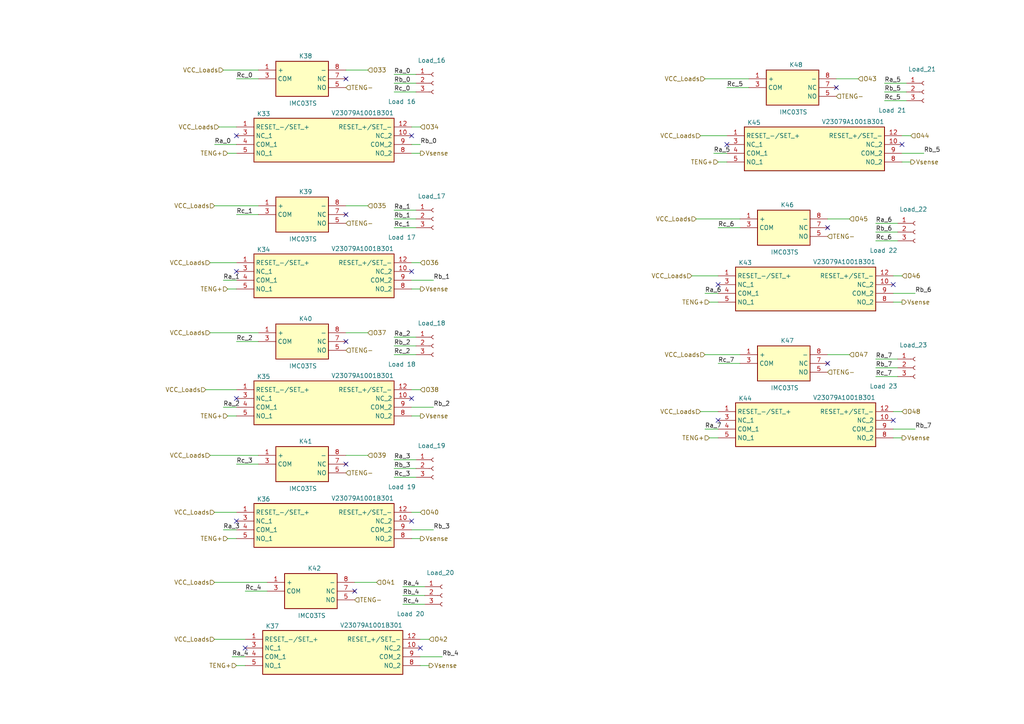
<source format=kicad_sch>
(kicad_sch (version 20231120) (generator "eeschema") (generator_version "8.0")
  (paper "A4")
  (lib_symbols
    (symbol "Connector:Conn_01x03_Socket" (pin_names (offset 1.016) hide)
      (property "Reference" "J" (at 0 5.08 0))
      (property "Value" "Conn_01x03_Socket" (at 0 -5.08 0))
      (symbol "Conn_01x03_Socket_1_1"
        (arc (start 0 -2.032) (mid -0.5058 -2.54) (end 0 -3.048) (stroke (width 0.1524)))
        (polyline (pts (xy -1.27 -2.54) (xy -0.508 -2.54)) (stroke (width 0.1524)))
        (polyline (pts (xy -1.27 0) (xy -0.508 0)) (stroke (width 0.1524)))
        (polyline (pts (xy -1.27 2.54) (xy -0.508 2.54)) (stroke (width 0.1524)))
        (arc (start 0 0.508) (mid -0.5058 0) (end 0 -0.508) (stroke (width 0.1524)))
        (arc (start 0 3.048) (mid -0.5058 2.54) (end 0 2.032) (stroke (width 0.1524)))
        (pin passive line (at -5.08 2.54 0) (length 3.81) (name "Pin_1") (number "1"))
        (pin passive line (at -5.08 0 0) (length 3.81) (name "Pin_2") (number "2"))
        (pin passive line (at -5.08 -2.54 0) (length 3.81) (name "Pin_3") (number "3"))
      )
    )
    (symbol "SamacSys_Parts:IMC03TS"
      (property "Reference" "K" (at 21.59 7.62 0))
      (property "Value" "IMC03TS" (at 21.59 5.08 0))
      (symbol "IMC03TS_1_1"
        (rectangle (start 5.08 2.54) (end 20.32 -7.62) (stroke (width 0.254)) (fill (type background)))
        (pin passive line (at 0 0 0) (length 5.08) (name "+") (number "1"))
        (pin passive line (at 0 -2.54 0) (length 5.08) (name "COM") (number "3"))
        (pin passive line (at 25.4 -5.08 180) (length 5.08) (name "NO") (number "5"))
        (pin no_connect line (at 25.4 -2.54 180) (length 5.08) (name "NC") (number "7"))
        (pin passive line (at 25.4 0 180) (length 5.08) (name "-") (number "8"))
      )
    )
    (symbol "SamacSys_Parts:V23079C1103B301"
      (property "Reference" "K" (at 46.99 7.62 0))
      (property "Value" "V23079C1103B301" (at 46.99 5.08 0))
      (symbol "V23079C1103B301_1_1"
        (rectangle (start 5.08 2.54) (end 45.72 -10.16) (stroke (width 0.254)) (fill (type background)))
        (pin passive line (at 0 0 0) (length 5.08) (name "RESET_-/SET_+") (number "1"))
        (pin passive line (at 50.8 -2.54 180) (length 5.08) (name "NC_2") (number "10"))
        (pin passive line (at 50.8 0 180) (length 5.08) (name "RESET_+/SET_-") (number "12"))
        (pin passive line (at 0 -2.54 0) (length 5.08) (name "NC_1") (number "3"))
        (pin passive line (at 0 -5.08 0) (length 5.08) (name "COM_1") (number "4"))
        (pin passive line (at 0 -7.62 0) (length 5.08) (name "NO_1") (number "5"))
        (pin passive line (at 50.8 -7.62 180) (length 5.08) (name "NO_2") (number "8"))
        (pin passive line (at 50.8 -5.08 180) (length 5.08) (name "COM_2") (number "9"))
      )
    )
  )
  (no_connect (at 208.28 82.55))
  (no_connect (at 102.87 171.45))
  (no_connect (at 121.92 187.96))
  (no_connect (at 119.38 115.57))
  (no_connect (at 68.58 78.74))
  (no_connect (at 242.57 25.4))
  (no_connect (at 119.38 151.13))
  (no_connect (at 100.33 134.62))
  (no_connect (at 68.58 39.37))
  (no_connect (at 100.33 22.86))
  (no_connect (at 259.08 82.55))
  (no_connect (at 71.12 187.96))
  (no_connect (at 259.08 121.92))
  (no_connect (at 208.28 121.92))
  (no_connect (at 100.33 62.23))
  (no_connect (at 240.03 66.04))
  (no_connect (at 68.58 115.57))
  (no_connect (at 210.82 41.91))
  (no_connect (at 240.03 105.41))
  (no_connect (at 119.38 78.74))
  (no_connect (at 261.62 41.91))
  (no_connect (at 68.58 151.13))
  (no_connect (at 100.33 99.06))
  (no_connect (at 119.38 39.37))
  (wire (pts (xy 62.23 59.69) (xy 74.93 59.69)))
  (wire (pts (xy 66.04 44.45) (xy 68.58 44.45)))
  (wire (pts (xy 62.23 185.42) (xy 71.12 185.42)))
  (wire (pts (xy 106.68 59.69) (xy 100.33 59.69)))
  (wire (pts (xy 208.28 105.41) (xy 214.63 105.41)))
  (wire (pts (xy 246.38 102.87) (xy 240.03 102.87)))
  (wire (pts (xy 121.92 76.2) (xy 119.38 76.2)))
  (wire (pts (xy 119.38 81.28) (xy 125.73 81.28)))
  (wire (pts (xy 63.5 36.83) (xy 68.58 36.83)))
  (wire (pts (xy 254 67.31) (xy 260.35 67.31)))
  (wire (pts (xy 114.3 102.87) (xy 120.65 102.87)))
  (wire (pts (xy 254 106.68) (xy 260.35 106.68)))
  (wire (pts (xy 64.77 118.11) (xy 68.58 118.11)))
  (wire (pts (xy 121.92 156.21) (xy 119.38 156.21)))
  (wire (pts (xy 246.38 63.5) (xy 240.03 63.5)))
  (wire (pts (xy 114.3 135.89) (xy 120.65 135.89)))
  (wire (pts (xy 124.46 193.04) (xy 121.92 193.04)))
  (wire (pts (xy 66.04 120.65) (xy 68.58 120.65)))
  (wire (pts (xy 60.96 132.08) (xy 74.93 132.08)))
  (wire (pts (xy 60.96 96.52) (xy 74.93 96.52)))
  (wire (pts (xy 114.3 97.79) (xy 120.65 97.79)))
  (wire (pts (xy 254 109.22) (xy 260.35 109.22)))
  (wire (pts (xy 119.38 118.11) (xy 125.73 118.11)))
  (wire (pts (xy 208.28 46.99) (xy 210.82 46.99)))
  (wire (pts (xy 248.92 22.86) (xy 242.57 22.86)))
  (wire (pts (xy 114.3 100.33) (xy 120.65 100.33)))
  (wire (pts (xy 204.47 85.09) (xy 208.28 85.09)))
  (wire (pts (xy 114.3 60.96) (xy 120.65 60.96)))
  (wire (pts (xy 121.92 120.65) (xy 119.38 120.65)))
  (wire (pts (xy 116.84 175.26) (xy 123.19 175.26)))
  (wire (pts (xy 60.96 76.2) (xy 68.58 76.2)))
  (wire (pts (xy 261.62 80.01) (xy 259.08 80.01)))
  (wire (pts (xy 119.38 153.67) (xy 125.73 153.67)))
  (wire (pts (xy 114.3 26.67) (xy 120.65 26.67)))
  (wire (pts (xy 114.3 138.43) (xy 120.65 138.43)))
  (wire (pts (xy 68.58 193.04) (xy 71.12 193.04)))
  (wire (pts (xy 106.68 20.32) (xy 100.33 20.32)))
  (wire (pts (xy 121.92 83.82) (xy 119.38 83.82)))
  (wire (pts (xy 201.93 63.5) (xy 214.63 63.5)))
  (wire (pts (xy 62.23 168.91) (xy 77.47 168.91)))
  (wire (pts (xy 121.92 148.59) (xy 119.38 148.59)))
  (wire (pts (xy 207.01 44.45) (xy 210.82 44.45)))
  (wire (pts (xy 205.74 127) (xy 208.28 127)))
  (wire (pts (xy 121.92 190.5) (xy 128.27 190.5)))
  (wire (pts (xy 205.74 87.63) (xy 208.28 87.63)))
  (wire (pts (xy 109.22 168.91) (xy 102.87 168.91)))
  (wire (pts (xy 256.54 29.21) (xy 262.89 29.21)))
  (wire (pts (xy 121.92 41.91) (xy 119.38 41.91)))
  (wire (pts (xy 68.58 99.06) (xy 74.93 99.06)))
  (wire (pts (xy 68.58 134.62) (xy 74.93 134.62)))
  (wire (pts (xy 124.46 185.42) (xy 121.92 185.42)))
  (wire (pts (xy 259.08 85.09) (xy 265.43 85.09)))
  (wire (pts (xy 121.92 44.45) (xy 119.38 44.45)))
  (wire (pts (xy 204.47 22.86) (xy 217.17 22.86)))
  (wire (pts (xy 114.3 63.5) (xy 120.65 63.5)))
  (wire (pts (xy 261.62 44.45) (xy 267.97 44.45)))
  (wire (pts (xy 261.62 119.38) (xy 259.08 119.38)))
  (wire (pts (xy 256.54 24.13) (xy 262.89 24.13)))
  (wire (pts (xy 261.62 127) (xy 259.08 127)))
  (wire (pts (xy 66.04 156.21) (xy 68.58 156.21)))
  (wire (pts (xy 264.16 39.37) (xy 261.62 39.37)))
  (wire (pts (xy 67.31 190.5) (xy 71.12 190.5)))
  (wire (pts (xy 116.84 172.72) (xy 123.19 172.72)))
  (wire (pts (xy 121.92 113.03) (xy 119.38 113.03)))
  (wire (pts (xy 254 104.14) (xy 260.35 104.14)))
  (wire (pts (xy 116.84 170.18) (xy 123.19 170.18)))
  (wire (pts (xy 114.3 24.13) (xy 120.65 24.13)))
  (wire (pts (xy 254 64.77) (xy 260.35 64.77)))
  (wire (pts (xy 68.58 62.23) (xy 74.93 62.23)))
  (wire (pts (xy 62.23 148.59) (xy 68.58 148.59)))
  (wire (pts (xy 66.04 83.82) (xy 68.58 83.82)))
  (wire (pts (xy 121.92 36.83) (xy 119.38 36.83)))
  (wire (pts (xy 59.69 113.03) (xy 68.58 113.03)))
  (wire (pts (xy 254 69.85) (xy 260.35 69.85)))
  (wire (pts (xy 259.08 124.46) (xy 265.43 124.46)))
  (wire (pts (xy 203.2 119.38) (xy 208.28 119.38)))
  (wire (pts (xy 204.47 124.46) (xy 208.28 124.46)))
  (wire (pts (xy 114.3 21.59) (xy 120.65 21.59)))
  (wire (pts (xy 64.77 81.28) (xy 68.58 81.28)))
  (wire (pts (xy 62.23 41.91) (xy 68.58 41.91)))
  (wire (pts (xy 204.47 102.87) (xy 214.63 102.87)))
  (wire (pts (xy 106.68 132.08) (xy 100.33 132.08)))
  (wire (pts (xy 256.54 26.67) (xy 262.89 26.67)))
  (wire (pts (xy 203.2 39.37) (xy 210.82 39.37)))
  (wire (pts (xy 106.68 96.52) (xy 100.33 96.52)))
  (wire (pts (xy 261.62 87.63) (xy 259.08 87.63)))
  (wire (pts (xy 64.77 20.32) (xy 74.93 20.32)))
  (wire (pts (xy 71.12 171.45) (xy 77.47 171.45)))
  (wire (pts (xy 68.58 22.86) (xy 74.93 22.86)))
  (wire (pts (xy 64.77 153.67) (xy 68.58 153.67)))
  (wire (pts (xy 200.66 80.01) (xy 208.28 80.01)))
  (wire (pts (xy 264.16 46.99) (xy 261.62 46.99)))
  (wire (pts (xy 114.3 133.35) (xy 120.65 133.35)))
  (wire (pts (xy 210.82 25.4) (xy 217.17 25.4)))
  (wire (pts (xy 114.3 66.04) (xy 120.65 66.04)))
  (wire (pts (xy 208.28 66.04) (xy 214.63 66.04)))
  (label "Ra_4" (at 67.31 190.5 0))
  (label "Rc_3" (at 114.3 138.43 0))
  (label "Rc_7" (at 208.28 105.41 0))
  (label "Ra_1" (at 64.77 81.28 0))
  (label "Ra_1" (at 114.3 60.96 0))
  (label "Ra_7" (at 204.47 124.46 0))
  (label "Rc_2" (at 68.58 99.06 0))
  (label "Rb_3" (at 114.3 135.89 0))
  (label "Rb_2" (at 125.73 118.11 0))
  (label "Rb_1" (at 125.73 81.28 0))
  (label "Ra_6" (at 254 64.77 0))
  (label "Ra_4" (at 116.84 170.18 0))
  (label "Rc_6" (at 254 69.85 0))
  (label "Rc_3" (at 68.58 134.62 0))
  (label "Ra_2" (at 64.77 118.11 0))
  (label "Rb_7" (at 254 106.68 0))
  (label "Rc_4" (at 71.12 171.45 0))
  (label "Rc_0" (at 114.3 26.67 0))
  (label "Rb_6" (at 254 67.31 0))
  (label "Rc_6" (at 208.28 66.04 0))
  (label "Rc_7" (at 254 109.22 0))
  (label "Ra_6" (at 204.47 85.09 0))
  (label "Ra_2" (at 114.3 97.79 0))
  (label "Rb_0" (at 114.3 24.13 0))
  (label "Ra_5" (at 207.01 44.45 0))
  (label "Ra_3" (at 64.77 153.67 0))
  (label "Rb_1" (at 114.3 63.5 0))
  (label "Rb_4" (at 128.27 190.5 0))
  (label "Rc_1" (at 114.3 66.04 0))
  (label "Rc_4" (at 116.84 175.26 0))
  (label "Rb_5" (at 256.54 26.67 0))
  (label "Ra_0" (at 62.23 41.91 0))
  (label "Ra_3" (at 114.3 133.35 0))
  (label "Rb_0" (at 121.92 41.91 0))
  (label "Rb_4" (at 116.84 172.72 0))
  (label "Rb_2" (at 114.3 100.33 0))
  (label "Rb_7" (at 265.43 124.46 0))
  (label "Ra_5" (at 256.54 24.13 0))
  (label "Rc_2" (at 114.3 102.87 0))
  (label "Rb_3" (at 125.73 153.67 0))
  (label "Rc_5" (at 210.82 25.4 0))
  (label "Rc_5" (at 256.54 29.21 0))
  (label "Ra_7" (at 254 104.14 0))
  (label "Rc_0" (at 68.58 22.86 0))
  (label "Rc_1" (at 68.58 62.23 0))
  (label "Rb_6" (at 265.43 85.09 0))
  (label "Ra_0" (at 114.3 21.59 0))
  (label "Rb_5" (at 267.97 44.45 0))
  (hierarchical_label "O34" (shape input) (at 121.92 36.83 0))
  (hierarchical_label "TENG+" (shape input) (at 66.04 120.65 180))
  (hierarchical_label "O39" (shape input) (at 106.68 132.08 0))
  (hierarchical_label "O44" (shape input) (at 264.16 39.37 0))
  (hierarchical_label "VCC_Loads" (shape input) (at 203.2 39.37 180))
  (hierarchical_label "O42" (shape input) (at 124.46 185.42 0))
  (hierarchical_label "TENG+" (shape input) (at 66.04 44.45 180))
  (hierarchical_label "TENG-" (shape input) (at 100.33 137.16 0))
  (hierarchical_label "O36" (shape input) (at 121.92 76.2 0))
  (hierarchical_label "VCC_Loads" (shape input) (at 204.47 22.86 180))
  (hierarchical_label "VCC_Loads" (shape input) (at 60.96 96.52 180))
  (hierarchical_label "O37" (shape input) (at 106.68 96.52 0))
  (hierarchical_label "VCC_Loads" (shape input) (at 201.93 63.5 180))
  (hierarchical_label "VCC_Loads" (shape input) (at 200.66 80.01 180))
  (hierarchical_label "VCC_Loads" (shape input) (at 62.23 185.42 180))
  (hierarchical_label "O35" (shape input) (at 106.68 59.69 0))
  (hierarchical_label "VCC_Loads" (shape input) (at 63.5 36.83 180))
  (hierarchical_label "VCC_Loads" (shape input) (at 204.47 102.87 180))
  (hierarchical_label "Vsense" (shape output) (at 264.16 46.99 0))
  (hierarchical_label "Vsense" (shape output) (at 121.92 156.21 0))
  (hierarchical_label "TENG-" (shape input) (at 100.33 64.77 0))
  (hierarchical_label "TENG+" (shape input) (at 66.04 156.21 180))
  (hierarchical_label "TENG-" (shape input) (at 240.03 68.58 0))
  (hierarchical_label "O38" (shape input) (at 121.92 113.03 0))
  (hierarchical_label "O48" (shape input) (at 261.62 119.38 0))
  (hierarchical_label "VCC_Loads" (shape input) (at 64.77 20.32 180))
  (hierarchical_label "O41" (shape input) (at 109.22 168.91 0))
  (hierarchical_label "O43" (shape input) (at 248.92 22.86 0))
  (hierarchical_label "TENG-" (shape input) (at 240.03 107.95 0))
  (hierarchical_label "VCC_Loads" (shape input) (at 203.2 119.38 180))
  (hierarchical_label "VCC_Loads" (shape input) (at 60.96 76.2 180))
  (hierarchical_label "Vsense" (shape output) (at 121.92 44.45 0))
  (hierarchical_label "TENG-" (shape input) (at 100.33 25.4 0))
  (hierarchical_label "VCC_Loads" (shape input) (at 60.96 132.08 180))
  (hierarchical_label "Vsense" (shape output) (at 121.92 120.65 0))
  (hierarchical_label "O47" (shape input) (at 246.38 102.87 0))
  (hierarchical_label "TENG-" (shape input) (at 242.57 27.94 0))
  (hierarchical_label "TENG+" (shape input) (at 66.04 83.82 180))
  (hierarchical_label "O46" (shape input) (at 261.62 80.01 0))
  (hierarchical_label "TENG+" (shape input) (at 205.74 127 180))
  (hierarchical_label "O40" (shape input) (at 121.92 148.59 0))
  (hierarchical_label "Vsense" (shape output) (at 261.62 87.63 0))
  (hierarchical_label "Vsense" (shape output) (at 121.92 83.82 0))
  (hierarchical_label "Vsense" (shape output) (at 261.62 127 0))
  (hierarchical_label "VCC_Loads" (shape input) (at 62.23 59.69 180))
  (hierarchical_label "TENG+" (shape input) (at 68.58 193.04 180))
  (hierarchical_label "TENG+" (shape input) (at 205.74 87.63 180))
  (hierarchical_label "VCC_Loads" (shape input) (at 59.69 113.03 180))
  (hierarchical_label "VCC_Loads" (shape input) (at 62.23 168.91 180))
  (hierarchical_label "VCC_Loads" (shape input) (at 62.23 148.59 180))
  (hierarchical_label "TENG-" (shape input) (at 100.33 101.6 0))
  (hierarchical_label "O45" (shape input) (at 246.38 63.5 0))
  (hierarchical_label "Vsense" (shape output) (at 124.46 193.04 0))
  (hierarchical_label "TENG+" (shape input) (at 208.28 46.99 180))
  (hierarchical_label "O33" (shape input) (at 106.68 20.32 0))
  (hierarchical_label "TENG-" (shape input) (at 102.87 173.99 0))
  (symbol (lib_id "SamacSys_Parts:V23079C1103B301") (at 68.58 76.2 0) (unit 1)
    (property "Reference" "K34" (at 76.454 72.39 0))
    (property "Value" "V23079A1001B301" (at 105.156 72.136 0))
    (property "Footprint" "SamacSys_Parts:V23079A1001B301" (effects (hide yes)))
    (property "Datasheet" "https://www.te.com/commerce/DocumentDelivery/DDEController?Action=showdoc&DocId=Specification+Or+Standard%7F108-98002%7FZ5%7Fpdf%7FEnglish%7FENG_SS_108-98002_Z5.pdf%7F4-1393788-8" (effects (hide yes)))
    (property "Description" "Relay,signal,PCB,DPDT,2A,12Vdc,latching" (effects (hide yes)))
    (property "Height" "9" (effects (hide yes)))
    (property "Manufacturer_Name" "TE Connectivity" (effects (hide yes)))
    (property "Manufacturer_Part_Number" "V23079C1103B301" (effects (hide yes)))
    (property "Mouser Part Number" "655-V23079C1103B301" (effects (hide yes)))
    (property "Mouser Price/Stock" "https://www.mouser.co.uk/ProductDetail/TE-Connectivity-PB/V23079C1103B301?qs=CNrsY6Bml5mJjfpRR1yORw%3D%3D" (effects (hide yes)))
    (property "Arrow Part Number" "V23079C1103B301" (effects (hide yes)))
    (property "Arrow Price/Stock" "https://www.arrow.com/en/products/v23079c1103b301/te-connectivity?region=nac" (effects (hide yes)))
  )
  (symbol (lib_id "SamacSys_Parts:V23079C1103B301") (at 71.12 185.42 0) (unit 1)
    (property "Reference" "K37" (at 78.994 181.61 0))
    (property "Value" "V23079A1001B301" (at 107.696 181.356 0))
    (property "Footprint" "SamacSys_Parts:V23079A1001B301" (effects (hide yes)))
    (property "Datasheet" "https://www.te.com/commerce/DocumentDelivery/DDEController?Action=showdoc&DocId=Specification+Or+Standard%7F108-98002%7FZ5%7Fpdf%7FEnglish%7FENG_SS_108-98002_Z5.pdf%7F4-1393788-8" (effects (hide yes)))
    (property "Description" "Relay,signal,PCB,DPDT,2A,12Vdc,latching" (effects (hide yes)))
    (property "Height" "9" (effects (hide yes)))
    (property "Manufacturer_Name" "TE Connectivity" (effects (hide yes)))
    (property "Manufacturer_Part_Number" "V23079C1103B301" (effects (hide yes)))
    (property "Mouser Part Number" "655-V23079C1103B301" (effects (hide yes)))
    (property "Mouser Price/Stock" "https://www.mouser.co.uk/ProductDetail/TE-Connectivity-PB/V23079C1103B301?qs=CNrsY6Bml5mJjfpRR1yORw%3D%3D" (effects (hide yes)))
    (property "Arrow Part Number" "V23079C1103B301" (effects (hide yes)))
    (property "Arrow Price/Stock" "https://www.arrow.com/en/products/v23079c1103b301/te-connectivity?region=nac" (effects (hide yes)))
  )
  (symbol (lib_id "SamacSys_Parts:V23079C1103B301") (at 208.28 119.38 0) (unit 1)
    (property "Reference" "K44" (at 216.154 115.57 0))
    (property "Value" "V23079A1001B301" (at 244.856 115.316 0))
    (property "Footprint" "SamacSys_Parts:V23079A1001B301" (effects (hide yes)))
    (property "Datasheet" "https://www.te.com/commerce/DocumentDelivery/DDEController?Action=showdoc&DocId=Specification+Or+Standard%7F108-98002%7FZ5%7Fpdf%7FEnglish%7FENG_SS_108-98002_Z5.pdf%7F4-1393788-8" (effects (hide yes)))
    (property "Description" "Relay,signal,PCB,DPDT,2A,12Vdc,latching" (effects (hide yes)))
    (property "Height" "9" (effects (hide yes)))
    (property "Manufacturer_Name" "TE Connectivity" (effects (hide yes)))
    (property "Manufacturer_Part_Number" "V23079C1103B301" (effects (hide yes)))
    (property "Mouser Part Number" "655-V23079C1103B301" (effects (hide yes)))
    (property "Mouser Price/Stock" "https://www.mouser.co.uk/ProductDetail/TE-Connectivity-PB/V23079C1103B301?qs=CNrsY6Bml5mJjfpRR1yORw%3D%3D" (effects (hide yes)))
    (property "Arrow Part Number" "V23079C1103B301" (effects (hide yes)))
    (property "Arrow Price/Stock" "https://www.arrow.com/en/products/v23079c1103b301/te-connectivity?region=nac" (effects (hide yes)))
  )
  (symbol (lib_id "Connector:Conn_01x03_Socket") (at 265.43 67.31 0) (unit 1)
    (property "Reference" "Load_22" (at 260.858 60.706 0) (effects (justify left)))
    (property "Value" "Load 22" (at 252.222 72.644 0) (effects (justify left)))
    (property "Footprint" "Connector_PinHeader_2.54mm:PinHeader_1x03_P2.54mm_Vertical" (effects (hide yes)))
    (property "Description" "Generic connector, single row, 01x03, script generated" (effects (hide yes)))
  )
  (symbol (lib_id "Connector:Conn_01x03_Socket") (at 125.73 100.33 0) (unit 1)
    (property "Reference" "Load_18" (at 121.158 93.726 0) (effects (justify left)))
    (property "Value" "Load 18" (at 112.522 105.664 0) (effects (justify left)))
    (property "Footprint" "Connector_PinHeader_2.54mm:PinHeader_1x03_P2.54mm_Vertical" (effects (hide yes)))
    (property "Description" "Generic connector, single row, 01x03, script generated" (effects (hide yes)))
  )
  (symbol (lib_id "SamacSys_Parts:IMC03TS") (at 74.93 20.32 0) (unit 1)
    (property "Reference" "K38" (at 88.646 16.256 0))
    (property "Value" "IMC03TS" (at 87.884 29.972 0))
    (property "Footprint" "SamacSys_Parts:IMC03TS" (effects (hide yes)))
    (property "Datasheet" "https://componentsearchengine.com/Datasheets/1/IMC03TS.pdf" (effects (hide yes)))
    (property "Description" "TE CONNECTIVITY - IMC03TS - RELAY, SIGNAL, SPDT, 30VDC, 2A" (effects (hide yes)))
    (property "Height" "5" (effects (hide yes)))
    (property "Manufacturer_Name" "TE Connectivity" (effects (hide yes)))
    (property "Manufacturer_Part_Number" "IMC03TS" (effects (hide yes)))
    (property "Mouser Part Number" "655-IMC03TS" (effects (hide yes)))
    (property "Mouser Price/Stock" "https://www.mouser.co.uk/ProductDetail/TE-Connectivity/IMC03TS?qs=cjQ5B1jJSzR1ZiTl5Tzf3w%3D%3D" (effects (hide yes)))
    (property "Arrow Part Number" "IMC03TS" (effects (hide yes)))
    (property "Arrow Price/Stock" "https://www.arrow.com/en/products/imc03ts/te-connectivity?region=nac" (effects (hide yes)))
  )
  (symbol (lib_id "SamacSys_Parts:V23079C1103B301") (at 68.58 148.59 0) (unit 1)
    (property "Reference" "K36" (at 76.454 144.78 0))
    (property "Value" "V23079A1001B301" (at 105.156 144.526 0))
    (property "Footprint" "SamacSys_Parts:V23079A1001B301" (effects (hide yes)))
    (property "Datasheet" "https://www.te.com/commerce/DocumentDelivery/DDEController?Action=showdoc&DocId=Specification+Or+Standard%7F108-98002%7FZ5%7Fpdf%7FEnglish%7FENG_SS_108-98002_Z5.pdf%7F4-1393788-8" (effects (hide yes)))
    (property "Description" "Relay,signal,PCB,DPDT,2A,12Vdc,latching" (effects (hide yes)))
    (property "Height" "9" (effects (hide yes)))
    (property "Manufacturer_Name" "TE Connectivity" (effects (hide yes)))
    (property "Manufacturer_Part_Number" "V23079C1103B301" (effects (hide yes)))
    (property "Mouser Part Number" "655-V23079C1103B301" (effects (hide yes)))
    (property "Mouser Price/Stock" "https://www.mouser.co.uk/ProductDetail/TE-Connectivity-PB/V23079C1103B301?qs=CNrsY6Bml5mJjfpRR1yORw%3D%3D" (effects (hide yes)))
    (property "Arrow Part Number" "V23079C1103B301" (effects (hide yes)))
    (property "Arrow Price/Stock" "https://www.arrow.com/en/products/v23079c1103b301/te-connectivity?region=nac" (effects (hide yes)))
  )
  (symbol (lib_id "SamacSys_Parts:IMC03TS") (at 74.93 59.69 0) (unit 1)
    (property "Reference" "K39" (at 88.646 55.626 0))
    (property "Value" "IMC03TS" (at 87.884 69.342 0))
    (property "Footprint" "SamacSys_Parts:IMC03TS" (effects (hide yes)))
    (property "Datasheet" "https://componentsearchengine.com/Datasheets/1/IMC03TS.pdf" (effects (hide yes)))
    (property "Description" "TE CONNECTIVITY - IMC03TS - RELAY, SIGNAL, SPDT, 30VDC, 2A" (effects (hide yes)))
    (property "Height" "5" (effects (hide yes)))
    (property "Manufacturer_Name" "TE Connectivity" (effects (hide yes)))
    (property "Manufacturer_Part_Number" "IMC03TS" (effects (hide yes)))
    (property "Mouser Part Number" "655-IMC03TS" (effects (hide yes)))
    (property "Mouser Price/Stock" "https://www.mouser.co.uk/ProductDetail/TE-Connectivity/IMC03TS?qs=cjQ5B1jJSzR1ZiTl5Tzf3w%3D%3D" (effects (hide yes)))
    (property "Arrow Part Number" "IMC03TS" (effects (hide yes)))
    (property "Arrow Price/Stock" "https://www.arrow.com/en/products/imc03ts/te-connectivity?region=nac" (effects (hide yes)))
  )
  (symbol (lib_id "Connector:Conn_01x03_Socket") (at 128.27 172.72 0) (unit 1)
    (property "Reference" "Load_20" (at 123.698 166.116 0) (effects (justify left)))
    (property "Value" "Load 20" (at 115.062 178.054 0) (effects (justify left)))
    (property "Footprint" "Connector_PinHeader_2.54mm:PinHeader_1x03_P2.54mm_Vertical" (effects (hide yes)))
    (property "Description" "Generic connector, single row, 01x03, script generated" (effects (hide yes)))
  )
  (symbol (lib_id "SamacSys_Parts:V23079C1103B301") (at 210.82 39.37 0) (unit 1)
    (property "Reference" "K45" (at 218.694 35.56 0))
    (property "Value" "V23079A1001B301" (at 247.396 35.306 0))
    (property "Footprint" "SamacSys_Parts:V23079A1001B301" (effects (hide yes)))
    (property "Datasheet" "https://www.te.com/commerce/DocumentDelivery/DDEController?Action=showdoc&DocId=Specification+Or+Standard%7F108-98002%7FZ5%7Fpdf%7FEnglish%7FENG_SS_108-98002_Z5.pdf%7F4-1393788-8" (effects (hide yes)))
    (property "Description" "Relay,signal,PCB,DPDT,2A,12Vdc,latching" (effects (hide yes)))
    (property "Height" "9" (effects (hide yes)))
    (property "Manufacturer_Name" "TE Connectivity" (effects (hide yes)))
    (property "Manufacturer_Part_Number" "V23079C1103B301" (effects (hide yes)))
    (property "Mouser Part Number" "655-V23079C1103B301" (effects (hide yes)))
    (property "Mouser Price/Stock" "https://www.mouser.co.uk/ProductDetail/TE-Connectivity-PB/V23079C1103B301?qs=CNrsY6Bml5mJjfpRR1yORw%3D%3D" (effects (hide yes)))
    (property "Arrow Part Number" "V23079C1103B301" (effects (hide yes)))
    (property "Arrow Price/Stock" "https://www.arrow.com/en/products/v23079c1103b301/te-connectivity?region=nac" (effects (hide yes)))
  )
  (symbol (lib_id "SamacSys_Parts:IMC03TS") (at 74.93 96.52 0) (unit 1)
    (property "Reference" "K40" (at 88.646 92.456 0))
    (property "Value" "IMC03TS" (at 87.884 106.172 0))
    (property "Footprint" "SamacSys_Parts:IMC03TS" (effects (hide yes)))
    (property "Datasheet" "https://componentsearchengine.com/Datasheets/1/IMC03TS.pdf" (effects (hide yes)))
    (property "Description" "TE CONNECTIVITY - IMC03TS - RELAY, SIGNAL, SPDT, 30VDC, 2A" (effects (hide yes)))
    (property "Height" "5" (effects (hide yes)))
    (property "Manufacturer_Name" "TE Connectivity" (effects (hide yes)))
    (property "Manufacturer_Part_Number" "IMC03TS" (effects (hide yes)))
    (property "Mouser Part Number" "655-IMC03TS" (effects (hide yes)))
    (property "Mouser Price/Stock" "https://www.mouser.co.uk/ProductDetail/TE-Connectivity/IMC03TS?qs=cjQ5B1jJSzR1ZiTl5Tzf3w%3D%3D" (effects (hide yes)))
    (property "Arrow Part Number" "IMC03TS" (effects (hide yes)))
    (property "Arrow Price/Stock" "https://www.arrow.com/en/products/imc03ts/te-connectivity?region=nac" (effects (hide yes)))
  )
  (symbol (lib_id "SamacSys_Parts:V23079C1103B301") (at 208.28 80.01 0) (unit 1)
    (property "Reference" "K43" (at 216.154 76.2 0))
    (property "Value" "V23079A1001B301" (at 244.856 75.946 0))
    (property "Footprint" "SamacSys_Parts:V23079A1001B301" (effects (hide yes)))
    (property "Datasheet" "https://www.te.com/commerce/DocumentDelivery/DDEController?Action=showdoc&DocId=Specification+Or+Standard%7F108-98002%7FZ5%7Fpdf%7FEnglish%7FENG_SS_108-98002_Z5.pdf%7F4-1393788-8" (effects (hide yes)))
    (property "Description" "Relay,signal,PCB,DPDT,2A,12Vdc,latching" (effects (hide yes)))
    (property "Height" "9" (effects (hide yes)))
    (property "Manufacturer_Name" "TE Connectivity" (effects (hide yes)))
    (property "Manufacturer_Part_Number" "V23079C1103B301" (effects (hide yes)))
    (property "Mouser Part Number" "655-V23079C1103B301" (effects (hide yes)))
    (property "Mouser Price/Stock" "https://www.mouser.co.uk/ProductDetail/TE-Connectivity-PB/V23079C1103B301?qs=CNrsY6Bml5mJjfpRR1yORw%3D%3D" (effects (hide yes)))
    (property "Arrow Part Number" "V23079C1103B301" (effects (hide yes)))
    (property "Arrow Price/Stock" "https://www.arrow.com/en/products/v23079c1103b301/te-connectivity?region=nac" (effects (hide yes)))
  )
  (symbol (lib_id "Connector:Conn_01x03_Socket") (at 265.43 106.68 0) (unit 1)
    (property "Reference" "Load_23" (at 260.858 100.076 0) (effects (justify left)))
    (property "Value" "Load 23" (at 252.222 112.014 0) (effects (justify left)))
    (property "Footprint" "Connector_PinHeader_2.54mm:PinHeader_1x03_P2.54mm_Vertical" (effects (hide yes)))
    (property "Description" "Generic connector, single row, 01x03, script generated" (effects (hide yes)))
  )
  (symbol (lib_id "SamacSys_Parts:V23079C1103B301") (at 68.58 113.03 0) (unit 1)
    (property "Reference" "K35" (at 76.454 109.22 0))
    (property "Value" "V23079A1001B301" (at 105.156 108.966 0))
    (property "Footprint" "SamacSys_Parts:V23079A1001B301" (effects (hide yes)))
    (property "Datasheet" "https://www.te.com/commerce/DocumentDelivery/DDEController?Action=showdoc&DocId=Specification+Or+Standard%7F108-98002%7FZ5%7Fpdf%7FEnglish%7FENG_SS_108-98002_Z5.pdf%7F4-1393788-8" (effects (hide yes)))
    (property "Description" "Relay,signal,PCB,DPDT,2A,12Vdc,latching" (effects (hide yes)))
    (property "Height" "9" (effects (hide yes)))
    (property "Manufacturer_Name" "TE Connectivity" (effects (hide yes)))
    (property "Manufacturer_Part_Number" "V23079C1103B301" (effects (hide yes)))
    (property "Mouser Part Number" "655-V23079C1103B301" (effects (hide yes)))
    (property "Mouser Price/Stock" "https://www.mouser.co.uk/ProductDetail/TE-Connectivity-PB/V23079C1103B301?qs=CNrsY6Bml5mJjfpRR1yORw%3D%3D" (effects (hide yes)))
    (property "Arrow Part Number" "V23079C1103B301" (effects (hide yes)))
    (property "Arrow Price/Stock" "https://www.arrow.com/en/products/v23079c1103b301/te-connectivity?region=nac" (effects (hide yes)))
  )
  (symbol (lib_id "SamacSys_Parts:IMC03TS") (at 74.93 132.08 0) (unit 1)
    (property "Reference" "K41" (at 88.646 128.016 0))
    (property "Value" "IMC03TS" (at 87.884 141.732 0))
    (property "Footprint" "SamacSys_Parts:IMC03TS" (effects (hide yes)))
    (property "Datasheet" "https://componentsearchengine.com/Datasheets/1/IMC03TS.pdf" (effects (hide yes)))
    (property "Description" "TE CONNECTIVITY - IMC03TS - RELAY, SIGNAL, SPDT, 30VDC, 2A" (effects (hide yes)))
    (property "Height" "5" (effects (hide yes)))
    (property "Manufacturer_Name" "TE Connectivity" (effects (hide yes)))
    (property "Manufacturer_Part_Number" "IMC03TS" (effects (hide yes)))
    (property "Mouser Part Number" "655-IMC03TS" (effects (hide yes)))
    (property "Mouser Price/Stock" "https://www.mouser.co.uk/ProductDetail/TE-Connectivity/IMC03TS?qs=cjQ5B1jJSzR1ZiTl5Tzf3w%3D%3D" (effects (hide yes)))
    (property "Arrow Part Number" "IMC03TS" (effects (hide yes)))
    (property "Arrow Price/Stock" "https://www.arrow.com/en/products/imc03ts/te-connectivity?region=nac" (effects (hide yes)))
  )
  (symbol (lib_id "SamacSys_Parts:IMC03TS") (at 217.17 22.86 0) (unit 1)
    (property "Reference" "K48" (at 230.886 18.796 0))
    (property "Value" "IMC03TS" (at 230.124 32.512 0))
    (property "Footprint" "SamacSys_Parts:IMC03TS" (effects (hide yes)))
    (property "Datasheet" "https://componentsearchengine.com/Datasheets/1/IMC03TS.pdf" (effects (hide yes)))
    (property "Description" "TE CONNECTIVITY - IMC03TS - RELAY, SIGNAL, SPDT, 30VDC, 2A" (effects (hide yes)))
    (property "Height" "5" (effects (hide yes)))
    (property "Manufacturer_Name" "TE Connectivity" (effects (hide yes)))
    (property "Manufacturer_Part_Number" "IMC03TS" (effects (hide yes)))
    (property "Mouser Part Number" "655-IMC03TS" (effects (hide yes)))
    (property "Mouser Price/Stock" "https://www.mouser.co.uk/ProductDetail/TE-Connectivity/IMC03TS?qs=cjQ5B1jJSzR1ZiTl5Tzf3w%3D%3D" (effects (hide yes)))
    (property "Arrow Part Number" "IMC03TS" (effects (hide yes)))
    (property "Arrow Price/Stock" "https://www.arrow.com/en/products/imc03ts/te-connectivity?region=nac" (effects (hide yes)))
  )
  (symbol (lib_id "SamacSys_Parts:IMC03TS") (at 77.47 168.91 0) (unit 1)
    (property "Reference" "K42" (at 91.186 164.846 0))
    (property "Value" "IMC03TS" (at 90.424 178.562 0))
    (property "Footprint" "SamacSys_Parts:IMC03TS" (effects (hide yes)))
    (property "Datasheet" "https://componentsearchengine.com/Datasheets/1/IMC03TS.pdf" (effects (hide yes)))
    (property "Description" "TE CONNECTIVITY - IMC03TS - RELAY, SIGNAL, SPDT, 30VDC, 2A" (effects (hide yes)))
    (property "Height" "5" (effects (hide yes)))
    (property "Manufacturer_Name" "TE Connectivity" (effects (hide yes)))
    (property "Manufacturer_Part_Number" "IMC03TS" (effects (hide yes)))
    (property "Mouser Part Number" "655-IMC03TS" (effects (hide yes)))
    (property "Mouser Price/Stock" "https://www.mouser.co.uk/ProductDetail/TE-Connectivity/IMC03TS?qs=cjQ5B1jJSzR1ZiTl5Tzf3w%3D%3D" (effects (hide yes)))
    (property "Arrow Part Number" "IMC03TS" (effects (hide yes)))
    (property "Arrow Price/Stock" "https://www.arrow.com/en/products/imc03ts/te-connectivity?region=nac" (effects (hide yes)))
  )
  (symbol (lib_id "Connector:Conn_01x03_Socket") (at 267.97 26.67 0) (unit 1)
    (property "Reference" "Load_21" (at 263.398 20.066 0) (effects (justify left)))
    (property "Value" "Load 21" (at 254.762 32.004 0) (effects (justify left)))
    (property "Footprint" "Connector_PinHeader_2.54mm:PinHeader_1x03_P2.54mm_Vertical" (effects (hide yes)))
    (property "Description" "Generic connector, single row, 01x03, script generated" (effects (hide yes)))
  )
  (symbol (lib_id "SamacSys_Parts:IMC03TS") (at 214.63 63.5 0) (unit 1)
    (property "Reference" "K46" (at 228.346 59.436 0))
    (property "Value" "IMC03TS" (at 227.584 73.152 0))
    (property "Footprint" "SamacSys_Parts:IMC03TS" (effects (hide yes)))
    (property "Datasheet" "https://componentsearchengine.com/Datasheets/1/IMC03TS.pdf" (effects (hide yes)))
    (property "Description" "TE CONNECTIVITY - IMC03TS - RELAY, SIGNAL, SPDT, 30VDC, 2A" (effects (hide yes)))
    (property "Height" "5" (effects (hide yes)))
    (property "Manufacturer_Name" "TE Connectivity" (effects (hide yes)))
    (property "Manufacturer_Part_Number" "IMC03TS" (effects (hide yes)))
    (property "Mouser Part Number" "655-IMC03TS" (effects (hide yes)))
    (property "Mouser Price/Stock" "https://www.mouser.co.uk/ProductDetail/TE-Connectivity/IMC03TS?qs=cjQ5B1jJSzR1ZiTl5Tzf3w%3D%3D" (effects (hide yes)))
    (property "Arrow Part Number" "IMC03TS" (effects (hide yes)))
    (property "Arrow Price/Stock" "https://www.arrow.com/en/products/imc03ts/te-connectivity?region=nac" (effects (hide yes)))
  )
  (symbol (lib_id "SamacSys_Parts:IMC03TS") (at 214.63 102.87 0) (unit 1)
    (property "Reference" "K47" (at 228.346 98.806 0))
    (property "Value" "IMC03TS" (at 227.584 112.522 0))
    (property "Footprint" "SamacSys_Parts:IMC03TS" (effects (hide yes)))
    (property "Datasheet" "https://componentsearchengine.com/Datasheets/1/IMC03TS.pdf" (effects (hide yes)))
    (property "Description" "TE CONNECTIVITY - IMC03TS - RELAY, SIGNAL, SPDT, 30VDC, 2A" (effects (hide yes)))
    (property "Height" "5" (effects (hide yes)))
    (property "Manufacturer_Name" "TE Connectivity" (effects (hide yes)))
    (property "Manufacturer_Part_Number" "IMC03TS" (effects (hide yes)))
    (property "Mouser Part Number" "655-IMC03TS" (effects (hide yes)))
    (property "Mouser Price/Stock" "https://www.mouser.co.uk/ProductDetail/TE-Connectivity/IMC03TS?qs=cjQ5B1jJSzR1ZiTl5Tzf3w%3D%3D" (effects (hide yes)))
    (property "Arrow Part Number" "IMC03TS" (effects (hide yes)))
    (property "Arrow Price/Stock" "https://www.arrow.com/en/products/imc03ts/te-connectivity?region=nac" (effects (hide yes)))
  )
  (symbol (lib_id "Connector:Conn_01x03_Socket") (at 125.73 24.13 0) (unit 1)
    (property "Reference" "Load_16" (at 121.158 17.526 0) (effects (justify left)))
    (property "Value" "Load 16" (at 112.522 29.464 0) (effects (justify left)))
    (property "Footprint" "Connector_PinHeader_2.54mm:PinHeader_1x03_P2.54mm_Vertical" (effects (hide yes)))
    (property "Description" "Generic connector, single row, 01x03, script generated" (effects (hide yes)))
  )
  (symbol (lib_id "SamacSys_Parts:V23079C1103B301") (at 68.58 36.83 0) (unit 1)
    (property "Reference" "K33" (at 76.454 33.02 0))
    (property "Value" "V23079A1001B301" (at 105.156 32.766 0))
    (property "Footprint" "SamacSys_Parts:V23079A1001B301" (effects (hide yes)))
    (property "Datasheet" "https://www.te.com/commerce/DocumentDelivery/DDEController?Action=showdoc&DocId=Specification+Or+Standard%7F108-98002%7FZ5%7Fpdf%7FEnglish%7FENG_SS_108-98002_Z5.pdf%7F4-1393788-8" (effects (hide yes)))
    (property "Description" "Relay,signal,PCB,DPDT,2A,12Vdc,latching" (effects (hide yes)))
    (property "Height" "9" (effects (hide yes)))
    (property "Manufacturer_Name" "TE Connectivity" (effects (hide yes)))
    (property "Manufacturer_Part_Number" "V23079C1103B301" (effects (hide yes)))
    (property "Mouser Part Number" "655-V23079C1103B301" (effects (hide yes)))
    (property "Mouser Price/Stock" "https://www.mouser.co.uk/ProductDetail/TE-Connectivity-PB/V23079C1103B301?qs=CNrsY6Bml5mJjfpRR1yORw%3D%3D" (effects (hide yes)))
    (property "Arrow Part Number" "V23079C1103B301" (effects (hide yes)))
    (property "Arrow Price/Stock" "https://www.arrow.com/en/products/v23079c1103b301/te-connectivity?region=nac" (effects (hide yes)))
  )
  (symbol (lib_id "Connector:Conn_01x03_Socket") (at 125.73 135.89 0) (unit 1)
    (property "Reference" "Load_19" (at 121.158 129.286 0) (effects (justify left)))
    (property "Value" "Load 19" (at 112.522 141.224 0) (effects (justify left)))
    (property "Footprint" "Connector_PinHeader_2.54mm:PinHeader_1x03_P2.54mm_Vertical" (effects (hide yes)))
    (property "Description" "Generic connector, single row, 01x03, script generated" (effects (hide yes)))
  )
  (symbol (lib_id "Connector:Conn_01x03_Socket") (at 125.73 63.5 0) (unit 1)
    (property "Reference" "Load_17" (at 121.158 56.896 0) (effects (justify left)))
    (property "Value" "Load 17" (at 112.522 68.834 0) (effects (justify left)))
    (property "Footprint" "Connector_PinHeader_2.54mm:PinHeader_1x03_P2.54mm_Vertical" (effects (hide yes)))
    (property "Description" "Generic connector, single row, 01x03, script generated" (effects (hide yes)))
  )
)
</source>
